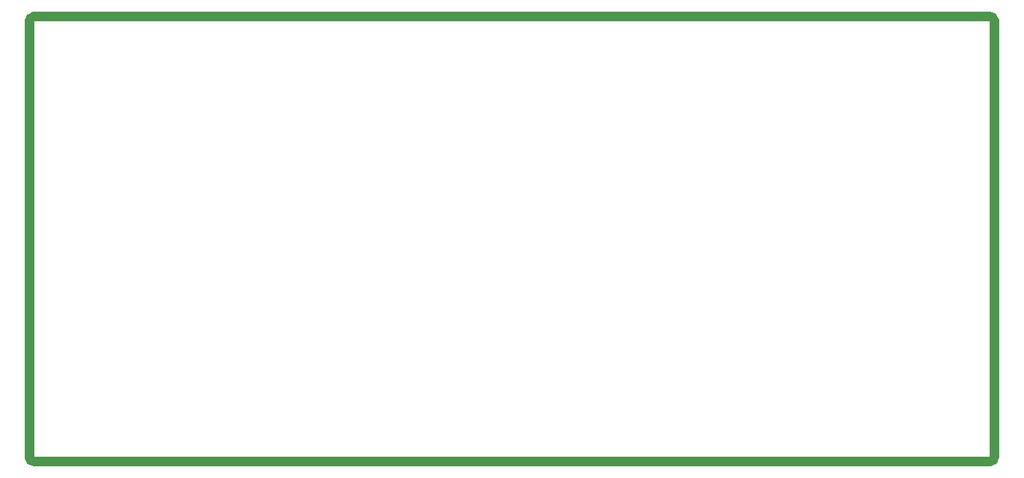
<source format=gko>
G04 Layer_Color=16711935*
%FSLAX25Y25*%
%MOIN*%
G70*
G01*
G75*
%ADD94C,0.04724*%
D94*
X624862Y399500D02*
G03*
X622500Y401862I-2362J0D01*
G01*
X624862Y399500D02*
G03*
X622500Y401862I-2362J0D01*
G01*
Y185638D02*
G03*
X624862Y188000I0J2362D01*
G01*
X622500Y185638D02*
G03*
X624862Y188000I0J2362D01*
G01*
X159000Y401862D02*
G03*
X156638Y399500I0J-2362D01*
G01*
X159000Y401862D02*
G03*
X156638Y399500I0J-2362D01*
G01*
Y188000D02*
G03*
X159000Y185638I2362J0D01*
G01*
X156638Y188000D02*
G03*
X159000Y185638I2362J0D01*
G01*
X624862Y188000D02*
Y399500D01*
X159000Y401862D02*
X622500D01*
X159000Y185638D02*
X622500D01*
X156638Y188000D02*
Y399500D01*
M02*

</source>
